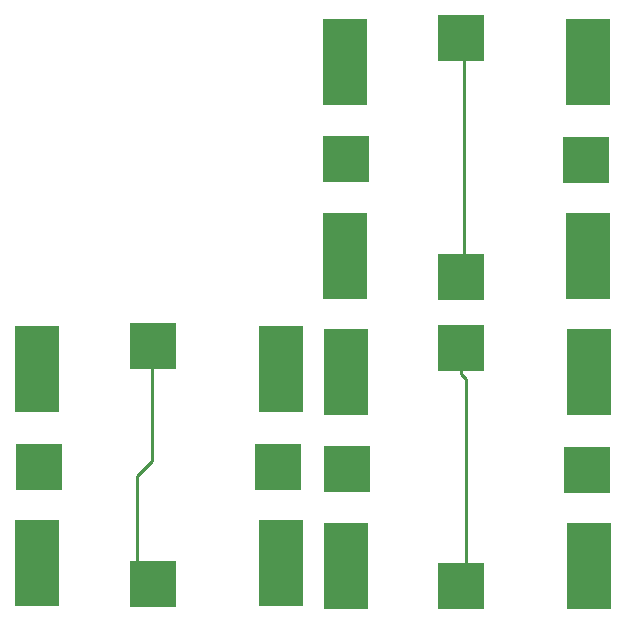
<source format=gbr>
%TF.GenerationSoftware,KiCad,Pcbnew,(5.1.10)-1*%
%TF.CreationDate,2023-09-14T18:48:02-05:00*%
%TF.ProjectId,perovskite_contact_board,7065726f-7673-46b6-9974-655f636f6e74,V3*%
%TF.SameCoordinates,Original*%
%TF.FileFunction,Copper,L1,Top*%
%TF.FilePolarity,Positive*%
%FSLAX46Y46*%
G04 Gerber Fmt 4.6, Leading zero omitted, Abs format (unit mm)*
G04 Created by KiCad (PCBNEW (5.1.10)-1) date 2023-09-14 18:48:02*
%MOMM*%
%LPD*%
G01*
G04 APERTURE LIST*
%TA.AperFunction,SMDPad,CuDef*%
%ADD10R,4.000000X4.000000*%
%TD*%
%TA.AperFunction,SMDPad,CuDef*%
%ADD11R,3.800000X7.400000*%
%TD*%
%TA.AperFunction,Conductor*%
%ADD12C,0.228600*%
%TD*%
G04 APERTURE END LIST*
D10*
%TO.P,U1,7*%
%TO.N,CP_1*%
X162514000Y-74260000D03*
X162514000Y-94460000D03*
%TO.P,U1,5*%
%TO.N,CELL_5*%
X173114000Y-84560000D03*
%TO.P,U1,2*%
%TO.N,CELL_2*%
X152814000Y-84510000D03*
D11*
%TO.P,U1,6*%
%TO.N,CELL_6*%
X173314000Y-92710000D03*
%TO.P,U1,4*%
%TO.N,CELL_4*%
X173314000Y-76260000D03*
%TO.P,U1,3*%
%TO.N,CELL_3*%
X152714000Y-76260000D03*
%TO.P,U1,1*%
%TO.N,CELL_1*%
X152714000Y-92710000D03*
%TD*%
D10*
%TO.P,U3,7*%
%TO.N,CP_3*%
X162577500Y-100463000D03*
X162577500Y-120663000D03*
%TO.P,U3,5*%
%TO.N,CELL_17*%
X173177500Y-110763000D03*
%TO.P,U3,2*%
%TO.N,CELL_14*%
X152877500Y-110713000D03*
D11*
%TO.P,U3,6*%
%TO.N,CELL_18*%
X173377500Y-118913000D03*
%TO.P,U3,4*%
%TO.N,CELL_16*%
X173377500Y-102463000D03*
%TO.P,U3,3*%
%TO.N,CELL_15*%
X152777500Y-102463000D03*
%TO.P,U3,1*%
%TO.N,CELL_13*%
X152777500Y-118913000D03*
%TD*%
D10*
%TO.P,U2,7*%
%TO.N,CP_2*%
X136479000Y-100263000D03*
X136479000Y-120463000D03*
%TO.P,U2,5*%
%TO.N,CELL_11*%
X147079000Y-110563000D03*
%TO.P,U2,2*%
%TO.N,CELL_8*%
X126779000Y-110513000D03*
D11*
%TO.P,U2,6*%
%TO.N,CELL_12*%
X147279000Y-118713000D03*
%TO.P,U2,4*%
%TO.N,CELL_10*%
X147279000Y-102263000D03*
%TO.P,U2,3*%
%TO.N,CELL_9*%
X126679000Y-102263000D03*
%TO.P,U2,1*%
%TO.N,CELL_7*%
X126679000Y-118713000D03*
%TD*%
D12*
%TO.N,CP_1*%
X162839647Y-94134353D02*
X162514000Y-94460000D01*
X162839647Y-74585647D02*
X162839647Y-94134353D01*
X162514000Y-74260000D02*
X162839647Y-74585647D01*
%TO.N,CP_2*%
X135144586Y-119128586D02*
X136479000Y-120463000D01*
X135144586Y-111297642D02*
X135144586Y-119128586D01*
X136398588Y-110043640D02*
X135144586Y-111297642D01*
X136398588Y-100343412D02*
X136398588Y-110043640D01*
X136479000Y-100263000D02*
X136398588Y-100343412D01*
%TO.N,CP_3*%
X162986782Y-120253718D02*
X162577500Y-120663000D01*
X162986782Y-103100882D02*
X162986782Y-120253718D01*
X162577500Y-102691600D02*
X162986782Y-103100882D01*
X162577500Y-100463000D02*
X162577500Y-102691600D01*
%TD*%
M02*

</source>
